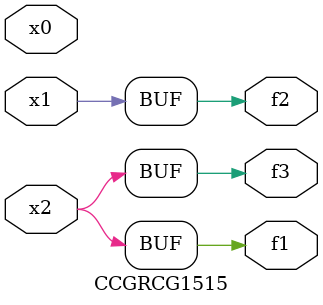
<source format=v>
module CCGRCG1515(
	input x0, x1, x2,
	output f1, f2, f3
);
	assign f1 = x2;
	assign f2 = x1;
	assign f3 = x2;
endmodule

</source>
